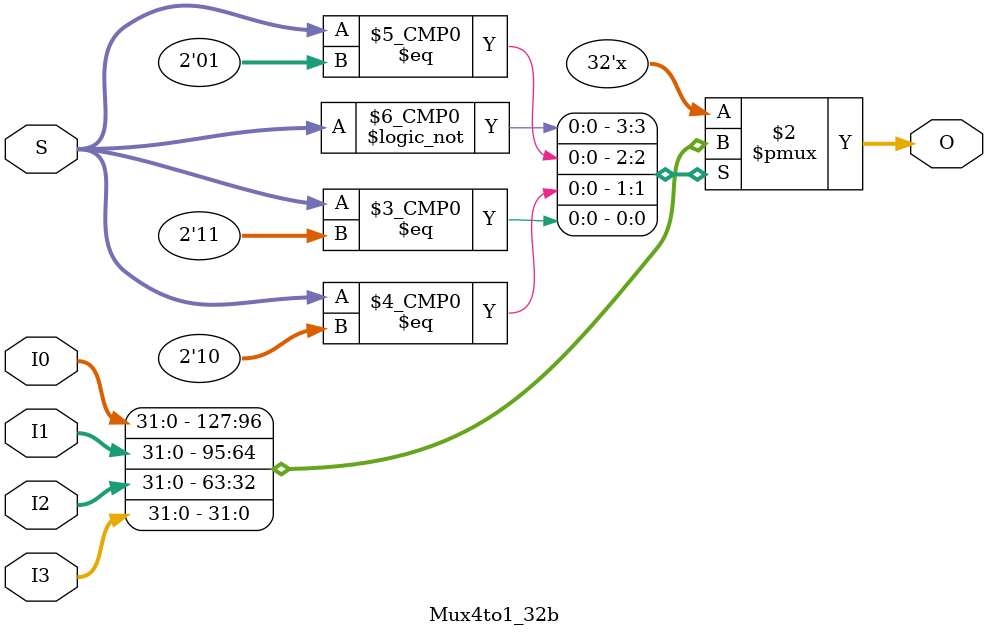
<source format=v>
`ifndef _Mux4to1_32b
`define _Mux4to1_32b

module Mux4to1_32b(
    input wire [1:0] S,
    input wire [31:0] I0,
    input wire [31:0] I1,
    input wire [31:0] I2,
    input wire [31:0] I3,
    output reg [31:0] O
);

    always @ * begin
        case (S)
            2'b00:
                O <= I0;
            2'b01:
                O <= I1;
            2'b10:
                O <= I2;
            2'b11:
                O <= I3;
            default: begin
                // exception
            end
        endcase
    end

endmodule

`endif

</source>
